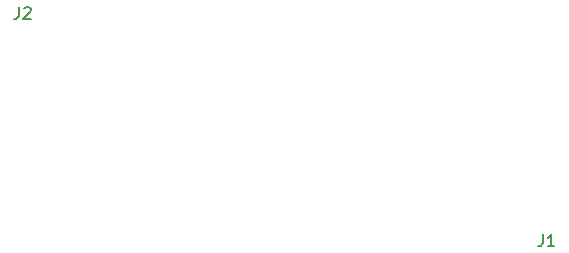
<source format=gbr>
%TF.GenerationSoftware,KiCad,Pcbnew,(5.99.0-10509-g065f85b504)*%
%TF.CreationDate,2021-07-11T19:01:29-06:00*%
%TF.ProjectId,OTG_Flex,4f54475f-466c-4657-982e-6b696361645f,1.1*%
%TF.SameCoordinates,Original*%
%TF.FileFunction,Legend,Top*%
%TF.FilePolarity,Positive*%
%FSLAX46Y46*%
G04 Gerber Fmt 4.6, Leading zero omitted, Abs format (unit mm)*
G04 Created by KiCad (PCBNEW (5.99.0-10509-g065f85b504)) date 2021-07-11 19:01:29*
%MOMM*%
%LPD*%
G01*
G04 APERTURE LIST*
%ADD10C,0.150000*%
G04 APERTURE END LIST*
D10*
%TO.C,J2*%
X144312866Y-89388039D02*
X144312866Y-90102325D01*
X144265247Y-90245182D01*
X144170009Y-90340420D01*
X144027152Y-90388039D01*
X143931914Y-90388039D01*
X144741438Y-89483278D02*
X144789057Y-89435659D01*
X144884295Y-89388039D01*
X145122390Y-89388039D01*
X145217628Y-89435659D01*
X145265247Y-89483278D01*
X145312866Y-89578516D01*
X145312866Y-89673754D01*
X145265247Y-89816611D01*
X144693819Y-90388039D01*
X145312866Y-90388039D01*
%TO.C,J1*%
X188642666Y-108621580D02*
X188642666Y-109335866D01*
X188595047Y-109478723D01*
X188499809Y-109573961D01*
X188356952Y-109621580D01*
X188261714Y-109621580D01*
X189642666Y-109621580D02*
X189071238Y-109621580D01*
X189356952Y-109621580D02*
X189356952Y-108621580D01*
X189261714Y-108764438D01*
X189166476Y-108859676D01*
X189071238Y-108907295D01*
%TD*%
M02*

</source>
